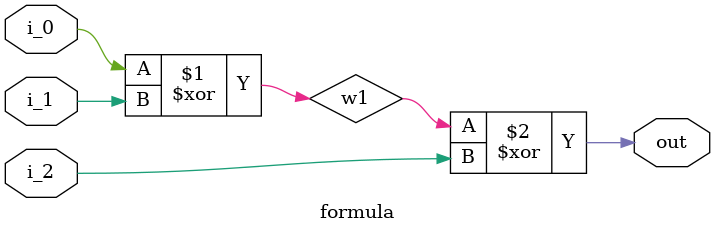
<source format=v>

module formula ( i_0,i_1,i_2,out);
input i_0, i_1, i_2;
output out;
wire w1;
assign w1 = i_0 ^ i_1;
assign out = w1 ^ i_2;
endmodule
</source>
